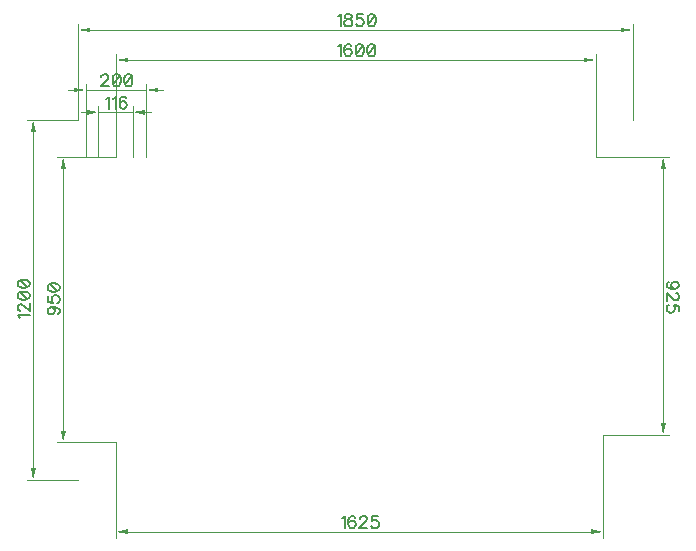
<source format=gbr>
G04 DipTrace 2.4.0.2*
%INTopDimension.gbr*%
%MOIN*%
%ADD13C,0.0014*%
%ADD89C,0.0062*%
%FSLAX44Y44*%
G04*
G70*
G90*
G75*
G01*
%LNTopDimension*%
%LPD*%
X3937Y15937D2*
D13*
Y19134D1*
X22437Y15937D2*
Y19134D1*
X13187Y18937D2*
X4331D1*
G36*
X3937D2*
X4331Y19016D1*
Y18858D1*
X3937Y18937D1*
G37*
X13187D2*
D13*
X22043D1*
G36*
X22437D2*
X22043Y18858D1*
Y19016D1*
X22437Y18937D1*
G37*
X3937Y15937D2*
D13*
X2240D1*
X3937Y3937D2*
X2240D1*
X2437Y9937D2*
Y15543D1*
G36*
Y15937D2*
X2516Y15543D1*
X2358D1*
X2437Y15937D1*
G37*
Y9937D2*
D13*
Y4331D1*
G36*
Y3937D2*
X2358Y4331D1*
X2516D1*
X2437Y3937D1*
G37*
X4607Y14687D2*
D13*
Y16384D1*
X5767Y14687D2*
Y16384D1*
X4607Y16187D2*
X5767D1*
X4016D2*
X4213D1*
G36*
X4607D2*
X4213Y16108D1*
Y16266D1*
X4607Y16187D1*
G37*
X6358D2*
D13*
X6161D1*
G36*
X5767D2*
X6161Y16266D1*
Y16108D1*
X5767Y16187D1*
G37*
X4187Y14687D2*
D13*
Y17134D1*
X6187Y14687D2*
Y17134D1*
X4187Y16937D2*
X6187D1*
X3596D2*
X3793D1*
G36*
X4187D2*
X3793Y16858D1*
Y17016D1*
X4187Y16937D1*
G37*
X6778D2*
D13*
X6581D1*
G36*
X6187D2*
X6581Y17016D1*
Y16858D1*
X6187Y16937D1*
G37*
X5187Y5187D2*
D13*
Y2011D1*
X21437Y5437D2*
Y2011D1*
X13312Y2208D2*
X5581D1*
G36*
X5187D2*
X5581Y2286D1*
Y2129D1*
X5187Y2208D1*
G37*
X13312D2*
D13*
X21043D1*
G36*
X21437D2*
X21043Y2129D1*
Y2286D1*
X21437Y2208D1*
G37*
X21187Y14687D2*
D13*
X23634D1*
X21437Y5437D2*
X23634D1*
X23437Y10062D2*
Y14293D1*
G36*
Y14687D2*
X23516Y14293D1*
X23358D1*
X23437Y14687D1*
G37*
Y10062D2*
D13*
Y5831D1*
G36*
Y5437D2*
X23358Y5831D1*
X23516D1*
X23437Y5437D1*
G37*
X5187Y14687D2*
D13*
X3240D1*
X5187Y5187D2*
X3240D1*
X3437Y9937D2*
Y14293D1*
G36*
Y14687D2*
X3516Y14293D1*
X3358D1*
X3437Y14687D1*
G37*
Y9937D2*
D13*
Y5581D1*
G36*
Y5187D2*
X3358Y5581D1*
X3516D1*
X3437Y5187D1*
G37*
X5187Y14687D2*
D13*
Y18134D1*
X21187Y14687D2*
Y18134D1*
X13187Y17937D2*
X5581D1*
G36*
X5187D2*
X5581Y18016D1*
Y17858D1*
X5187Y17937D1*
G37*
X13187D2*
D13*
X20793D1*
G36*
X21187D2*
X20793Y17858D1*
Y18016D1*
X21187Y17937D1*
G37*
X12583Y19384D2*
D89*
X12621Y19404D1*
X12679Y19461D1*
Y19059D1*
X12898Y19461D2*
X12841Y19442D1*
X12821Y19404D1*
Y19365D1*
X12841Y19327D1*
X12879Y19308D1*
X12955Y19289D1*
X13013Y19270D1*
X13051Y19231D1*
X13070Y19193D1*
Y19136D1*
X13051Y19098D1*
X13032Y19078D1*
X12974Y19059D1*
X12898D1*
X12841Y19078D1*
X12821Y19098D1*
X12802Y19136D1*
Y19193D1*
X12821Y19231D1*
X12860Y19270D1*
X12917Y19289D1*
X12993Y19308D1*
X13032Y19327D1*
X13051Y19365D1*
Y19404D1*
X13032Y19442D1*
X12974Y19461D1*
X12898D1*
X13423D2*
X13232D1*
X13213Y19289D1*
X13232Y19308D1*
X13289Y19327D1*
X13346D1*
X13404Y19308D1*
X13442Y19270D1*
X13461Y19212D1*
Y19174D1*
X13442Y19117D1*
X13404Y19078D1*
X13346Y19059D1*
X13289D1*
X13232Y19078D1*
X13213Y19098D1*
X13193Y19136D1*
X13700Y19461D2*
X13642Y19442D1*
X13604Y19384D1*
X13585Y19289D1*
Y19231D1*
X13604Y19136D1*
X13642Y19078D1*
X13700Y19059D1*
X13738D1*
X13795Y19078D1*
X13833Y19136D1*
X13853Y19231D1*
Y19289D1*
X13833Y19384D1*
X13795Y19442D1*
X13738Y19461D1*
X13700D1*
X13833Y19384D2*
X13604Y19136D1*
X1990Y9333D2*
X1970Y9371D1*
X1913Y9429D1*
X2315D1*
X2009Y9572D2*
X1990D1*
X1951Y9591D1*
X1932Y9610D1*
X1913Y9648D1*
Y9725D1*
X1932Y9763D1*
X1951Y9782D1*
X1990Y9801D1*
X2028D1*
X2066Y9782D1*
X2123Y9744D1*
X2315Y9552D1*
Y9820D1*
X1913Y10059D2*
X1932Y10001D1*
X1990Y9963D1*
X2085Y9944D1*
X2143D1*
X2238Y9963D1*
X2296Y10001D1*
X2315Y10059D1*
Y10097D1*
X2296Y10154D1*
X2238Y10192D1*
X2143Y10212D1*
X2085D1*
X1990Y10192D1*
X1932Y10154D1*
X1913Y10097D1*
Y10059D1*
X1990Y10192D2*
X2238Y9963D1*
X1913Y10450D2*
X1932Y10393D1*
X1990Y10354D1*
X2085Y10335D1*
X2143D1*
X2238Y10354D1*
X2296Y10393D1*
X2315Y10450D1*
Y10488D1*
X2296Y10546D1*
X2238Y10584D1*
X2143Y10603D1*
X2085D1*
X1990Y10584D1*
X1932Y10546D1*
X1913Y10488D1*
Y10450D1*
X1990Y10584D2*
X2238Y10354D1*
X4874Y16634D2*
X4913Y16654D1*
X4970Y16711D1*
Y16309D1*
X5094Y16634D2*
X5132Y16654D1*
X5190Y16711D1*
Y16309D1*
X5543Y16654D2*
X5524Y16692D1*
X5466Y16711D1*
X5428D1*
X5371Y16692D1*
X5332Y16634D1*
X5313Y16539D1*
Y16443D1*
X5332Y16367D1*
X5371Y16328D1*
X5428Y16309D1*
X5447D1*
X5504Y16328D1*
X5543Y16367D1*
X5562Y16424D1*
Y16443D1*
X5543Y16501D1*
X5504Y16539D1*
X5447Y16558D1*
X5428D1*
X5371Y16539D1*
X5332Y16501D1*
X5313Y16443D1*
X4712Y17365D2*
Y17384D1*
X4731Y17423D1*
X4750Y17442D1*
X4788Y17461D1*
X4865D1*
X4903Y17442D1*
X4922Y17423D1*
X4941Y17384D1*
Y17346D1*
X4922Y17308D1*
X4884Y17251D1*
X4692Y17059D1*
X4960D1*
X5199Y17461D2*
X5141Y17442D1*
X5103Y17384D1*
X5084Y17289D1*
Y17231D1*
X5103Y17136D1*
X5141Y17078D1*
X5199Y17059D1*
X5237D1*
X5294Y17078D1*
X5332Y17136D1*
X5352Y17231D1*
Y17289D1*
X5332Y17384D1*
X5294Y17442D1*
X5237Y17461D1*
X5199D1*
X5332Y17384D2*
X5103Y17136D1*
X5590Y17461D2*
X5533Y17442D1*
X5494Y17384D1*
X5475Y17289D1*
Y17231D1*
X5494Y17136D1*
X5533Y17078D1*
X5590Y17059D1*
X5628D1*
X5686Y17078D1*
X5724Y17136D1*
X5743Y17231D1*
Y17289D1*
X5724Y17384D1*
X5686Y17442D1*
X5628Y17461D1*
X5590D1*
X5724Y17384D2*
X5494Y17136D1*
X12717Y2655D2*
X12756Y2674D1*
X12813Y2731D1*
Y2330D1*
X13166Y2674D2*
X13147Y2712D1*
X13090Y2731D1*
X13052D1*
X12994Y2712D1*
X12956Y2655D1*
X12937Y2559D1*
Y2464D1*
X12956Y2387D1*
X12994Y2349D1*
X13052Y2330D1*
X13071D1*
X13128Y2349D1*
X13166Y2387D1*
X13185Y2445D1*
Y2464D1*
X13166Y2521D1*
X13128Y2559D1*
X13071Y2578D1*
X13052D1*
X12994Y2559D1*
X12956Y2521D1*
X12937Y2464D1*
X13328Y2636D2*
Y2655D1*
X13347Y2693D1*
X13366Y2712D1*
X13405Y2731D1*
X13481D1*
X13519Y2712D1*
X13538Y2693D1*
X13558Y2655D1*
Y2617D1*
X13538Y2578D1*
X13500Y2521D1*
X13309Y2330D1*
X13577D1*
X13930Y2731D2*
X13739D1*
X13720Y2559D1*
X13739Y2578D1*
X13796Y2598D1*
X13853D1*
X13911Y2578D1*
X13949Y2540D1*
X13968Y2483D1*
Y2445D1*
X13949Y2387D1*
X13911Y2349D1*
X13853Y2330D1*
X13796D1*
X13739Y2349D1*
X13720Y2368D1*
X13700Y2406D1*
X23827Y10298D2*
X23770Y10318D1*
X23731Y10356D1*
X23712Y10413D1*
Y10432D1*
X23731Y10490D1*
X23770Y10528D1*
X23827Y10547D1*
X23846D1*
X23904Y10528D1*
X23942Y10490D1*
X23961Y10432D1*
Y10413D1*
X23942Y10356D1*
X23904Y10318D1*
X23827Y10298D1*
X23731D1*
X23636Y10318D1*
X23578Y10356D1*
X23559Y10413D1*
Y10451D1*
X23578Y10509D1*
X23617Y10528D1*
X23865Y10155D2*
X23884D1*
X23923Y10136D1*
X23942Y10117D1*
X23961Y10079D1*
Y10002D1*
X23942Y9964D1*
X23923Y9945D1*
X23884Y9926D1*
X23846D1*
X23808Y9945D1*
X23751Y9983D1*
X23559Y10175D1*
Y9907D1*
X23961Y9554D2*
Y9745D1*
X23789Y9764D1*
X23808Y9745D1*
X23827Y9687D1*
Y9630D1*
X23808Y9573D1*
X23770Y9534D1*
X23712Y9515D1*
X23674D1*
X23617Y9534D1*
X23578Y9573D1*
X23559Y9630D1*
Y9687D1*
X23578Y9745D1*
X23598Y9764D1*
X23636Y9783D1*
X3047Y9701D2*
X3104Y9681D1*
X3143Y9643D1*
X3162Y9586D1*
Y9567D1*
X3143Y9509D1*
X3104Y9471D1*
X3047Y9452D1*
X3028D1*
X2970Y9471D1*
X2932Y9509D1*
X2913Y9567D1*
Y9586D1*
X2932Y9643D1*
X2970Y9681D1*
X3047Y9701D1*
X3143D1*
X3238Y9681D1*
X3296Y9643D1*
X3315Y9586D1*
Y9548D1*
X3296Y9490D1*
X3257Y9471D1*
X2913Y10054D2*
Y9863D1*
X3085Y9844D1*
X3066Y9863D1*
X3047Y9920D1*
Y9977D1*
X3066Y10035D1*
X3104Y10073D1*
X3162Y10092D1*
X3200D1*
X3257Y10073D1*
X3296Y10035D1*
X3315Y9977D1*
Y9920D1*
X3296Y9863D1*
X3276Y9844D1*
X3238Y9824D1*
X2913Y10331D2*
X2932Y10273D1*
X2990Y10235D1*
X3085Y10216D1*
X3143D1*
X3238Y10235D1*
X3296Y10273D1*
X3315Y10331D1*
Y10369D1*
X3296Y10426D1*
X3238Y10464D1*
X3143Y10484D1*
X3085D1*
X2990Y10464D1*
X2932Y10426D1*
X2913Y10369D1*
Y10331D1*
X2990Y10464D2*
X3238Y10235D1*
X12592Y18384D2*
X12631Y18404D1*
X12688Y18461D1*
Y18059D1*
X13041Y18404D2*
X13022Y18442D1*
X12965Y18461D1*
X12927D1*
X12869Y18442D1*
X12831Y18384D1*
X12812Y18289D1*
Y18193D1*
X12831Y18117D1*
X12869Y18078D1*
X12927Y18059D1*
X12946D1*
X13003Y18078D1*
X13041Y18117D1*
X13060Y18174D1*
Y18193D1*
X13041Y18251D1*
X13003Y18289D1*
X12946Y18308D1*
X12927D1*
X12869Y18289D1*
X12831Y18251D1*
X12812Y18193D1*
X13299Y18461D2*
X13241Y18442D1*
X13203Y18384D1*
X13184Y18289D1*
Y18231D1*
X13203Y18136D1*
X13241Y18078D1*
X13299Y18059D1*
X13337D1*
X13394Y18078D1*
X13432Y18136D1*
X13452Y18231D1*
Y18289D1*
X13432Y18384D1*
X13394Y18442D1*
X13337Y18461D1*
X13299D1*
X13432Y18384D2*
X13203Y18136D1*
X13690Y18461D2*
X13633Y18442D1*
X13594Y18384D1*
X13575Y18289D1*
Y18231D1*
X13594Y18136D1*
X13633Y18078D1*
X13690Y18059D1*
X13728D1*
X13786Y18078D1*
X13824Y18136D1*
X13843Y18231D1*
Y18289D1*
X13824Y18384D1*
X13786Y18442D1*
X13728Y18461D1*
X13690D1*
X13824Y18384D2*
X13594Y18136D1*
M02*

</source>
